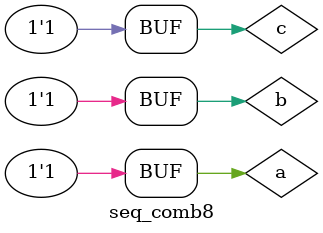
<source format=sv>
module seq_comb8;

// Further investigations into interleavings between
// procedural processes and continuous assignments:

logic a, b;

wire c = b;

always_comb begin
 $display("always_comb start");
 a = c;
 b = 1;
end

initial $monitor("%b%b%b", a, b, c);

// All the commercial simulators at EDA playground
// prints "111" and run the always_comb block twice
// whereas Icarus prints "x11" and runs the always_comb
// block only once.

// Somewhat of a borderline case if the above should
// be synthesisable. Yosys considers it synthesisable
// and gives the following:
//
// module seq_comb8;
//  wire a = 1'h1;
//  wire b = 1'h1;
//  wire c = 1'h1;
// endmodule

endmodule

</source>
